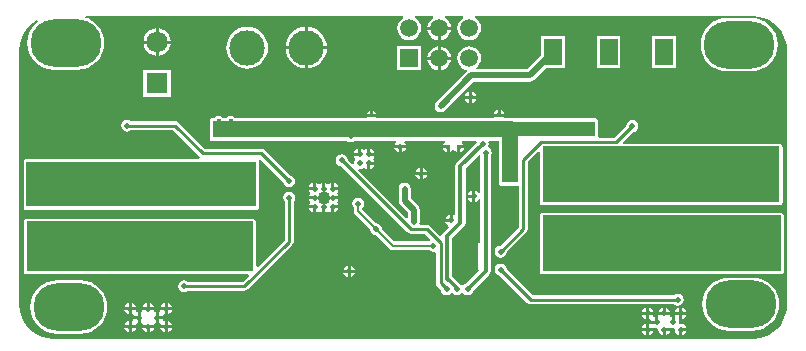
<source format=gbl>
G04*
G04 #@! TF.GenerationSoftware,Altium Limited,Altium Designer,22.1.2 (22)*
G04*
G04 Layer_Physical_Order=2*
G04 Layer_Color=16711680*
%FSLAX25Y25*%
%MOIN*%
G70*
G04*
G04 #@! TF.SameCoordinates,95D767EF-CC4A-4202-867B-88222CEBD608*
G04*
G04*
G04 #@! TF.FilePolarity,Positive*
G04*
G01*
G75*
%ADD10C,0.01000*%
%ADD12C,0.00787*%
%ADD60C,0.01378*%
%ADD61C,0.01968*%
%ADD74C,0.07087*%
%ADD75R,0.07087X0.07087*%
G04:AMPARAMS|DCode=76|XSize=236.22mil|YSize=157.48mil|CornerRadius=78.74mil|HoleSize=0mil|Usage=FLASHONLY|Rotation=180.000|XOffset=0mil|YOffset=0mil|HoleType=Round|Shape=RoundedRectangle|*
%AMROUNDEDRECTD76*
21,1,0.23622,0.00000,0,0,180.0*
21,1,0.07874,0.15748,0,0,180.0*
1,1,0.15748,-0.03937,0.00000*
1,1,0.15748,0.03937,0.00000*
1,1,0.15748,0.03937,0.00000*
1,1,0.15748,-0.03937,0.00000*
%
%ADD76ROUNDEDRECTD76*%
%ADD77C,0.05906*%
%ADD78R,0.05906X0.05906*%
%ADD79C,0.11811*%
%ADD80R,0.05906X0.08661*%
%ADD81C,0.01968*%
%ADD82C,0.04331*%
%ADD83C,0.01575*%
%ADD84C,0.01181*%
%ADD85R,0.08500X0.10549*%
%ADD86R,1.00000X0.05500*%
%ADD87R,0.05500X0.20500*%
%ADD88R,0.29500X0.05000*%
%ADD89R,0.79000X0.18500*%
%ADD90R,0.79500X0.18500*%
%ADD91R,0.75500X0.16500*%
%ADD92R,0.76500X0.15000*%
G36*
X246034Y109471D02*
X246217Y109470D01*
X246530Y109470D01*
X247024Y109466D01*
X248508Y109349D01*
X250222Y108937D01*
X251852Y108262D01*
X253355Y107341D01*
X254696Y106196D01*
X255841Y104855D01*
X256762Y103351D01*
X257437Y101723D01*
X257849Y100008D01*
X257970Y98470D01*
X257970Y98470D01*
X257970D01*
X257971Y98469D01*
Y13994D01*
X257971Y13966D01*
X257970Y13776D01*
X257970Y13470D01*
X257965Y12976D01*
X257849Y11492D01*
X257437Y9777D01*
X256762Y8149D01*
X255841Y6645D01*
X254696Y5304D01*
X253355Y4159D01*
X251852Y3238D01*
X250222Y2563D01*
X248508Y2151D01*
X246970Y2030D01*
X246970Y2030D01*
Y2030D01*
X246969Y2029D01*
X13994Y2029D01*
X13966Y2029D01*
X13776Y2030D01*
X13470Y2030D01*
X12976Y2035D01*
X11492Y2151D01*
X9777Y2563D01*
X8149Y3238D01*
X6645Y4159D01*
X5304Y5304D01*
X4159Y6645D01*
X3238Y8149D01*
X2563Y9777D01*
X2151Y11492D01*
X2030Y13030D01*
X2030Y13030D01*
X2030D01*
X2029Y13031D01*
Y97506D01*
X2029Y97534D01*
X2030Y97724D01*
X2030Y98030D01*
X2035Y98524D01*
X2151Y100008D01*
X2563Y101723D01*
X3238Y103351D01*
X4159Y104855D01*
X5304Y106196D01*
X6645Y107341D01*
X7933Y108130D01*
X8059Y108109D01*
X8201Y107579D01*
X7258Y106805D01*
X6149Y105454D01*
X5325Y103912D01*
X4817Y102240D01*
X4646Y100500D01*
X4817Y98760D01*
X5325Y97088D01*
X6149Y95546D01*
X7258Y94195D01*
X8609Y93086D01*
X10151Y92262D01*
X11823Y91754D01*
X13563Y91583D01*
X21437D01*
X23177Y91754D01*
X24849Y92262D01*
X26391Y93086D01*
X27742Y94195D01*
X28851Y95546D01*
X29675Y97088D01*
X30183Y98760D01*
X30354Y100500D01*
X30183Y102240D01*
X29675Y103912D01*
X28851Y105454D01*
X27742Y106805D01*
X26391Y107914D01*
X24849Y108738D01*
X24083Y108971D01*
X24157Y109471D01*
X129950Y109471D01*
X130050Y108971D01*
X130007Y108953D01*
X129181Y108319D01*
X128547Y107493D01*
X128149Y106532D01*
X128013Y105500D01*
X128149Y104468D01*
X128547Y103507D01*
X129181Y102681D01*
X130007Y102047D01*
X130968Y101649D01*
X132000Y101513D01*
X133032Y101649D01*
X133993Y102047D01*
X134819Y102681D01*
X135453Y103507D01*
X135851Y104468D01*
X135987Y105500D01*
X135851Y106532D01*
X135453Y107493D01*
X134819Y108319D01*
X133993Y108953D01*
X133950Y108971D01*
X134050Y109471D01*
X139950D01*
X140050Y108971D01*
X140007Y108953D01*
X139181Y108319D01*
X138547Y107493D01*
X138149Y106532D01*
X138079Y106000D01*
X145921D01*
X145851Y106532D01*
X145453Y107493D01*
X144819Y108319D01*
X143993Y108953D01*
X143950Y108971D01*
X144050Y109471D01*
X149950D01*
X150050Y108971D01*
X150007Y108953D01*
X149181Y108319D01*
X148547Y107493D01*
X148149Y106532D01*
X148013Y105500D01*
X148149Y104468D01*
X148547Y103507D01*
X149181Y102681D01*
X150007Y102047D01*
X150968Y101649D01*
X152000Y101513D01*
X153032Y101649D01*
X153993Y102047D01*
X154819Y102681D01*
X155453Y103507D01*
X155851Y104468D01*
X155987Y105500D01*
X155851Y106532D01*
X155453Y107493D01*
X154819Y108319D01*
X153993Y108953D01*
X153950Y108971D01*
X154050Y109471D01*
X246006Y109471D01*
X246034Y109471D01*
D02*
G37*
%LPC*%
G36*
X145921Y105000D02*
X142500D01*
Y101579D01*
X143032Y101649D01*
X143993Y102047D01*
X144819Y102681D01*
X145453Y103507D01*
X145851Y104468D01*
X145921Y105000D01*
D02*
G37*
G36*
X141500D02*
X138079D01*
X138149Y104468D01*
X138547Y103507D01*
X139181Y102681D01*
X140007Y102047D01*
X140968Y101649D01*
X141500Y101579D01*
Y105000D01*
D02*
G37*
G36*
X48500Y105406D02*
Y101390D01*
X52517D01*
X52426Y102076D01*
X51969Y103181D01*
X51240Y104130D01*
X50291Y104858D01*
X49186Y105316D01*
X48500Y105406D01*
D02*
G37*
G36*
X47500Y105406D02*
X46814Y105316D01*
X45709Y104858D01*
X44760Y104130D01*
X44031Y103181D01*
X43574Y102076D01*
X43483Y101390D01*
X47500D01*
Y105406D01*
D02*
G37*
G36*
X98185Y105890D02*
Y99500D01*
X104575D01*
X104491Y100354D01*
X104096Y101655D01*
X103454Y102855D01*
X102592Y103907D01*
X101540Y104770D01*
X100340Y105411D01*
X99039Y105806D01*
X98185Y105890D01*
D02*
G37*
G36*
X97185D02*
X96331Y105806D01*
X95030Y105411D01*
X93830Y104770D01*
X92778Y103907D01*
X91916Y102855D01*
X91274Y101655D01*
X90879Y100354D01*
X90795Y99500D01*
X97185D01*
Y105890D01*
D02*
G37*
G36*
X47500Y100390D02*
X43483D01*
X43574Y99704D01*
X44031Y98598D01*
X44760Y97650D01*
X45709Y96921D01*
X46814Y96463D01*
X47500Y96373D01*
Y100390D01*
D02*
G37*
G36*
X52517D02*
X48500D01*
Y96373D01*
X49186Y96463D01*
X50291Y96921D01*
X51240Y97650D01*
X51969Y98598D01*
X52426Y99704D01*
X52517Y100390D01*
D02*
G37*
G36*
X142500Y99421D02*
Y96000D01*
X145921D01*
X145851Y96532D01*
X145453Y97493D01*
X144819Y98319D01*
X143993Y98953D01*
X143032Y99351D01*
X142500Y99421D01*
D02*
G37*
G36*
X141500D02*
X140968Y99351D01*
X140007Y98953D01*
X139181Y98319D01*
X138547Y97493D01*
X138149Y96532D01*
X138079Y96000D01*
X141500D01*
Y99421D01*
D02*
G37*
G36*
X220957Y102831D02*
X213051D01*
Y92169D01*
X220957D01*
Y102831D01*
D02*
G37*
G36*
X202453D02*
X194547D01*
Y92169D01*
X202453D01*
Y102831D01*
D02*
G37*
G36*
X104575Y98500D02*
X98185D01*
Y92110D01*
X99039Y92194D01*
X100340Y92589D01*
X101540Y93230D01*
X102592Y94093D01*
X103454Y95145D01*
X104096Y96345D01*
X104491Y97646D01*
X104575Y98500D01*
D02*
G37*
G36*
X97185D02*
X90795D01*
X90879Y97646D01*
X91274Y96345D01*
X91916Y95145D01*
X92778Y94093D01*
X93830Y93230D01*
X95030Y92589D01*
X96331Y92194D01*
X97185Y92110D01*
Y98500D01*
D02*
G37*
G36*
X78000Y105939D02*
X76646Y105806D01*
X75345Y105411D01*
X74145Y104770D01*
X73093Y103907D01*
X72230Y102855D01*
X71589Y101655D01*
X71194Y100354D01*
X71061Y99000D01*
X71194Y97646D01*
X71589Y96345D01*
X72230Y95145D01*
X73093Y94093D01*
X74145Y93230D01*
X75345Y92589D01*
X76646Y92194D01*
X78000Y92061D01*
X79354Y92194D01*
X80655Y92589D01*
X81855Y93230D01*
X82907Y94093D01*
X83770Y95145D01*
X84411Y96345D01*
X84806Y97646D01*
X84939Y99000D01*
X84806Y100354D01*
X84411Y101655D01*
X83770Y102855D01*
X82907Y103907D01*
X81855Y104770D01*
X80655Y105411D01*
X79354Y105806D01*
X78000Y105939D01*
D02*
G37*
G36*
X183949Y102831D02*
X176043D01*
Y96408D01*
X171408Y91773D01*
X154457D01*
X154288Y92273D01*
X154819Y92681D01*
X155453Y93507D01*
X155851Y94468D01*
X155987Y95500D01*
X155851Y96532D01*
X155453Y97493D01*
X154819Y98319D01*
X153993Y98953D01*
X153032Y99351D01*
X152000Y99487D01*
X150968Y99351D01*
X150007Y98953D01*
X149181Y98319D01*
X148547Y97493D01*
X148149Y96532D01*
X148013Y95500D01*
X148149Y94468D01*
X148547Y93507D01*
X149181Y92681D01*
X150007Y92047D01*
X150968Y91649D01*
X151177Y91622D01*
X151247Y91108D01*
X141069Y80931D01*
X140631Y80274D01*
X140477Y79500D01*
X140631Y78726D01*
X141069Y78069D01*
X141726Y77631D01*
X142500Y77477D01*
X143274Y77631D01*
X143931Y78069D01*
X153588Y87727D01*
X172246D01*
X173020Y87881D01*
X173677Y88319D01*
X177526Y92169D01*
X183949D01*
Y102831D01*
D02*
G37*
G36*
X145921Y95000D02*
X142500D01*
Y91579D01*
X143032Y91649D01*
X143993Y92047D01*
X144819Y92681D01*
X145453Y93507D01*
X145851Y94468D01*
X145921Y95000D01*
D02*
G37*
G36*
X141500D02*
X138079D01*
X138149Y94468D01*
X138547Y93507D01*
X139181Y92681D01*
X140007Y92047D01*
X140968Y91649D01*
X141500Y91579D01*
Y95000D01*
D02*
G37*
G36*
X135953Y99453D02*
X128047D01*
Y91547D01*
X135953D01*
Y99453D01*
D02*
G37*
G36*
X245937Y108917D02*
X238063D01*
X236323Y108746D01*
X234651Y108238D01*
X233109Y107414D01*
X231758Y106305D01*
X230649Y104954D01*
X229825Y103412D01*
X229317Y101740D01*
X229146Y100000D01*
X229317Y98260D01*
X229825Y96588D01*
X230649Y95046D01*
X231758Y93695D01*
X233109Y92586D01*
X234651Y91762D01*
X236323Y91254D01*
X238063Y91083D01*
X245937D01*
X247677Y91254D01*
X249349Y91762D01*
X250891Y92586D01*
X252242Y93695D01*
X253351Y95046D01*
X254175Y96588D01*
X254683Y98260D01*
X254854Y100000D01*
X254683Y101740D01*
X254175Y103412D01*
X253351Y104954D01*
X252242Y106305D01*
X250891Y107414D01*
X249349Y108238D01*
X247677Y108746D01*
X245937Y108917D01*
D02*
G37*
G36*
X153000Y84424D02*
Y83000D01*
X154424D01*
X154369Y83274D01*
X153931Y83931D01*
X153274Y84369D01*
X153000Y84424D01*
D02*
G37*
G36*
X152000D02*
X151726Y84369D01*
X151069Y83931D01*
X150631Y83274D01*
X150576Y83000D01*
X152000D01*
Y84424D01*
D02*
G37*
G36*
X52543Y91654D02*
X43457D01*
Y82567D01*
X52543D01*
Y91654D01*
D02*
G37*
G36*
X154424Y82000D02*
X153000D01*
Y80576D01*
X153274Y80631D01*
X153931Y81069D01*
X154369Y81726D01*
X154424Y82000D01*
D02*
G37*
G36*
X152000D02*
X150576D01*
X150631Y81726D01*
X151069Y81069D01*
X151726Y80631D01*
X152000Y80576D01*
Y82000D01*
D02*
G37*
G36*
X162500Y78223D02*
Y77000D01*
X163723D01*
X163684Y77197D01*
X163289Y77789D01*
X162697Y78184D01*
X162500Y78223D01*
D02*
G37*
G36*
X161500D02*
X161303Y78184D01*
X160711Y77789D01*
X160316Y77197D01*
X160277Y77000D01*
X161500D01*
Y78223D01*
D02*
G37*
G36*
X120000Y78022D02*
Y77000D01*
X121022D01*
X120998Y77121D01*
X120647Y77647D01*
X120121Y77998D01*
X120000Y78022D01*
D02*
G37*
G36*
X119000D02*
X118879Y77998D01*
X118353Y77647D01*
X118002Y77121D01*
X117978Y77000D01*
X119000D01*
Y78022D01*
D02*
G37*
G36*
X72500Y76322D02*
X71803Y76184D01*
X71211Y75789D01*
X71032Y75520D01*
X69968D01*
X69789Y75789D01*
X69197Y76184D01*
X68500Y76322D01*
X67803Y76184D01*
X67211Y75789D01*
X67032Y75520D01*
X66500D01*
X66110Y75442D01*
X65779Y75221D01*
X65558Y74890D01*
X65480Y74500D01*
Y69000D01*
X65558Y68610D01*
X65779Y68279D01*
X66110Y68058D01*
X66500Y67980D01*
X111203D01*
X111726Y67631D01*
X112500Y67477D01*
X113274Y67631D01*
X113797Y67980D01*
X127492D01*
X127644Y67480D01*
X127569Y67431D01*
X127131Y66774D01*
X127076Y66500D01*
X130924D01*
X130869Y66774D01*
X130431Y67431D01*
X130356Y67480D01*
X130508Y67980D01*
X143847D01*
X143998Y67480D01*
X143711Y67289D01*
X143316Y66697D01*
X143277Y66500D01*
X145000D01*
Y66000D01*
X145500D01*
Y64277D01*
X145697Y64316D01*
X146289Y64711D01*
X146449Y64952D01*
X147051D01*
X147211Y64711D01*
X147803Y64316D01*
X148000Y64277D01*
Y66000D01*
X148500D01*
Y66500D01*
X150223D01*
X150184Y66697D01*
X149789Y67289D01*
X149502Y67480D01*
X149653Y67980D01*
X154213D01*
X154536Y67569D01*
X154545Y67480D01*
X147904Y60840D01*
X147531Y60281D01*
X147400Y59622D01*
Y43481D01*
X146959Y43246D01*
X146774Y43369D01*
X146500Y43424D01*
Y41500D01*
X146000D01*
Y41000D01*
X144076D01*
X144131Y40726D01*
X144569Y40069D01*
X145083Y39726D01*
X145225Y39160D01*
X143407Y37343D01*
X143034Y36784D01*
X142962Y36421D01*
X142420Y36257D01*
X139079Y39597D01*
X138583Y39929D01*
X137997Y40045D01*
X135804D01*
X135433Y40545D01*
X135523Y41000D01*
Y45000D01*
X135369Y45774D01*
X134931Y46431D01*
X132523Y48838D01*
Y52000D01*
X132369Y52774D01*
X131931Y53431D01*
X131274Y53869D01*
X130500Y54023D01*
X129726Y53869D01*
X129069Y53431D01*
X128631Y52774D01*
X128477Y52000D01*
Y48000D01*
X128631Y47226D01*
X129069Y46569D01*
X131477Y44162D01*
Y42326D01*
X131015Y42135D01*
X115104Y58046D01*
X115350Y58507D01*
X115500Y58477D01*
X116274Y58631D01*
X116611Y58856D01*
X117000Y59037D01*
X117389Y58856D01*
X117726Y58631D01*
X118000Y58576D01*
Y60500D01*
X118500D01*
Y61000D01*
X120424D01*
X120369Y61274D01*
X120144Y61611D01*
X119963Y62000D01*
X120144Y62389D01*
X120369Y62726D01*
X120424Y63000D01*
X118500D01*
Y63500D01*
X118000D01*
Y65424D01*
X117726Y65369D01*
X117389Y65144D01*
X117000Y64963D01*
X116611Y65144D01*
X116274Y65369D01*
X116000Y65424D01*
Y63500D01*
X115500D01*
Y63000D01*
X113576D01*
X113631Y62726D01*
X113856Y62389D01*
X114037Y62000D01*
X113856Y61611D01*
X113631Y61274D01*
X113477Y60500D01*
X113507Y60350D01*
X113046Y60104D01*
X111492Y61658D01*
X111369Y62274D01*
X110931Y62931D01*
X110274Y63369D01*
X109500Y63523D01*
X108726Y63369D01*
X108069Y62931D01*
X107631Y62274D01*
X107477Y61500D01*
X107631Y60726D01*
X108069Y60069D01*
X108726Y59631D01*
X109309Y59515D01*
X131390Y37434D01*
X131886Y37103D01*
X132471Y36986D01*
X137364D01*
X139070Y35281D01*
X138979Y34665D01*
X138593Y34407D01*
X138587Y34397D01*
X127112D01*
X123021Y38489D01*
X123023Y38500D01*
X122869Y39274D01*
X122431Y39931D01*
X121774Y40369D01*
X121000Y40523D01*
X120989Y40521D01*
X116421Y45089D01*
Y45563D01*
X116431Y45569D01*
X116869Y46226D01*
X117023Y47000D01*
X116869Y47774D01*
X116431Y48431D01*
X115774Y48869D01*
X115000Y49023D01*
X114226Y48869D01*
X113569Y48431D01*
X113131Y47774D01*
X112977Y47000D01*
X113131Y46226D01*
X113569Y45569D01*
X113579Y45563D01*
Y44500D01*
X113687Y43956D01*
X113995Y43495D01*
X118979Y38511D01*
X118977Y38500D01*
X119131Y37726D01*
X119569Y37069D01*
X120226Y36631D01*
X121000Y36477D01*
X121011Y36479D01*
X125519Y31972D01*
X125980Y31664D01*
X126524Y31555D01*
X138587D01*
X138593Y31546D01*
X139249Y31107D01*
X140024Y30953D01*
X140479Y31044D01*
X140979Y30672D01*
Y20492D01*
X141095Y19907D01*
X141426Y19411D01*
X142512Y18326D01*
X142631Y17726D01*
X143069Y17069D01*
X143726Y16631D01*
X144500Y16477D01*
X145274Y16631D01*
X145931Y17069D01*
X146000Y17173D01*
X146500D01*
X146569Y17069D01*
X147226Y16631D01*
X148000Y16477D01*
X148774Y16631D01*
X149431Y17069D01*
X149500Y17173D01*
X150000D01*
X150069Y17069D01*
X150726Y16631D01*
X151500Y16477D01*
X152274Y16631D01*
X152931Y17069D01*
X153369Y17726D01*
X153421Y17985D01*
X158718Y23282D01*
X159091Y23841D01*
X159222Y24500D01*
Y63006D01*
X159369Y63226D01*
X159523Y64000D01*
X159369Y64774D01*
X158931Y65431D01*
X158591Y65658D01*
X158369Y66226D01*
X158523Y67000D01*
X158428Y67480D01*
X158787Y67980D01*
X161980D01*
Y54000D01*
X162058Y53610D01*
X162279Y53279D01*
X162610Y53058D01*
X163000Y52980D01*
X168471D01*
Y39134D01*
X162326Y32988D01*
X161726Y32869D01*
X161069Y32431D01*
X160631Y31774D01*
X160477Y31000D01*
X160631Y30226D01*
X161069Y29569D01*
X161726Y29131D01*
X162500Y28977D01*
X163274Y29131D01*
X163931Y29569D01*
X164369Y30226D01*
X164488Y30825D01*
X171081Y37419D01*
X171413Y37915D01*
X171529Y38500D01*
Y60988D01*
X175019Y64477D01*
X175480Y64286D01*
Y47500D01*
X175558Y47110D01*
X175779Y46779D01*
X176110Y46558D01*
X176500Y46480D01*
X255500D01*
X255890Y46558D01*
X256221Y46779D01*
X256442Y47110D01*
X256520Y47500D01*
Y66000D01*
X256442Y66390D01*
X256221Y66721D01*
X255890Y66942D01*
X255500Y67020D01*
X203336D01*
X203144Y67481D01*
X206556Y70893D01*
X207156Y71013D01*
X207812Y71451D01*
X208251Y72108D01*
X208405Y72882D01*
X208251Y73656D01*
X207812Y74312D01*
X207156Y74751D01*
X206382Y74905D01*
X205608Y74751D01*
X204951Y74312D01*
X204513Y73656D01*
X204393Y73056D01*
X200366Y69029D01*
X195436D01*
X195020Y69500D01*
Y74500D01*
X194942Y74890D01*
X194721Y75221D01*
X194390Y75442D01*
X194000Y75520D01*
X164050D01*
X163740Y76000D01*
X160260D01*
X159950Y75520D01*
X121313D01*
X121037Y76000D01*
X117963D01*
X117687Y75520D01*
X73968D01*
X73789Y75789D01*
X73197Y76184D01*
X72500Y76322D01*
D02*
G37*
G36*
X150223Y65500D02*
X149000D01*
Y64277D01*
X149197Y64316D01*
X149789Y64711D01*
X150184Y65303D01*
X150223Y65500D01*
D02*
G37*
G36*
X144500D02*
X143277D01*
X143316Y65303D01*
X143711Y64711D01*
X144303Y64316D01*
X144500Y64277D01*
Y65500D01*
D02*
G37*
G36*
X130924D02*
X129500D01*
Y64076D01*
X129774Y64131D01*
X130431Y64569D01*
X130869Y65226D01*
X130924Y65500D01*
D02*
G37*
G36*
X128500D02*
X127076D01*
X127131Y65226D01*
X127569Y64569D01*
X128226Y64131D01*
X128500Y64076D01*
Y65500D01*
D02*
G37*
G36*
X119000Y65424D02*
Y64000D01*
X120424D01*
X120369Y64274D01*
X119931Y64931D01*
X119274Y65369D01*
X119000Y65424D01*
D02*
G37*
G36*
X115000D02*
X114726Y65369D01*
X114069Y64931D01*
X113631Y64274D01*
X113576Y64000D01*
X115000D01*
Y65424D01*
D02*
G37*
G36*
X120424Y60000D02*
X119000D01*
Y58576D01*
X119274Y58631D01*
X119931Y59069D01*
X120369Y59726D01*
X120424Y60000D01*
D02*
G37*
G36*
X136500Y58924D02*
Y57500D01*
X137924D01*
X137869Y57774D01*
X137431Y58431D01*
X136774Y58869D01*
X136500Y58924D01*
D02*
G37*
G36*
X135500D02*
X135226Y58869D01*
X134569Y58431D01*
X134131Y57774D01*
X134076Y57500D01*
X135500D01*
Y58924D01*
D02*
G37*
G36*
X137924Y56500D02*
X136500D01*
Y55076D01*
X136774Y55131D01*
X137431Y55569D01*
X137869Y56226D01*
X137924Y56500D01*
D02*
G37*
G36*
X135500D02*
X134076D01*
X134131Y56226D01*
X134569Y55569D01*
X135226Y55131D01*
X135500Y55076D01*
Y56500D01*
D02*
G37*
G36*
X106000Y53924D02*
X105726Y53869D01*
X105389Y53644D01*
X105000Y53463D01*
X104611Y53644D01*
X104274Y53869D01*
X104000Y53924D01*
Y52000D01*
X103000D01*
Y53924D01*
X102726Y53869D01*
X102389Y53644D01*
X102000Y53463D01*
X101611Y53644D01*
X101274Y53869D01*
X101000Y53924D01*
Y52000D01*
X100500D01*
Y51500D01*
X98576D01*
X98631Y51226D01*
X98856Y50889D01*
X99037Y50500D01*
X98856Y50111D01*
X98631Y49774D01*
X98576Y49500D01*
X100500D01*
Y48500D01*
X98576D01*
X98631Y48226D01*
X98856Y47889D01*
X99037Y47500D01*
X98856Y47111D01*
X98631Y46774D01*
X98576Y46500D01*
X100500D01*
Y46000D01*
X101000D01*
Y44076D01*
X101274Y44131D01*
X101611Y44356D01*
X102000Y44537D01*
X102389Y44356D01*
X102726Y44131D01*
X103000Y44076D01*
Y46000D01*
X104000D01*
Y44076D01*
X104274Y44131D01*
X104611Y44356D01*
X105000Y44537D01*
X105389Y44356D01*
X105726Y44131D01*
X106000Y44076D01*
Y46000D01*
X106500D01*
Y46500D01*
X108424D01*
X108369Y46774D01*
X108144Y47111D01*
X107963Y47500D01*
X108144Y47889D01*
X108369Y48226D01*
X108424Y48500D01*
X106500D01*
Y49500D01*
X108424D01*
X108369Y49774D01*
X108144Y50111D01*
X107963Y50500D01*
X108144Y50889D01*
X108369Y51226D01*
X108424Y51500D01*
X106500D01*
Y52000D01*
X106000D01*
Y53924D01*
D02*
G37*
G36*
X107000D02*
Y52500D01*
X108424D01*
X108369Y52774D01*
X107931Y53431D01*
X107274Y53869D01*
X107000Y53924D01*
D02*
G37*
G36*
X100000D02*
X99726Y53869D01*
X99069Y53431D01*
X98631Y52774D01*
X98576Y52500D01*
X100000D01*
Y53924D01*
D02*
G37*
G36*
X38000Y75023D02*
X37226Y74869D01*
X36569Y74431D01*
X36131Y73774D01*
X35977Y73000D01*
X36131Y72226D01*
X36569Y71569D01*
X37226Y71131D01*
X38000Y70977D01*
X38774Y71131D01*
X39283Y71471D01*
X53245D01*
X62047Y62669D01*
X62270Y62520D01*
X62119Y62020D01*
X4500D01*
X4110Y61942D01*
X3779Y61721D01*
X3558Y61390D01*
X3480Y61000D01*
Y46000D01*
X3558Y45610D01*
X3779Y45279D01*
X4110Y45058D01*
X4500Y44980D01*
X81000D01*
X81390Y45058D01*
X81721Y45279D01*
X81942Y45610D01*
X82020Y46000D01*
Y61000D01*
X81942Y61390D01*
X81940Y61393D01*
X82160Y61964D01*
X82331Y62006D01*
X90012Y54325D01*
X90131Y53726D01*
X90569Y53069D01*
X91226Y52631D01*
X92000Y52477D01*
X92774Y52631D01*
X93431Y53069D01*
X93869Y53726D01*
X94023Y54500D01*
X93869Y55274D01*
X93431Y55931D01*
X92774Y56369D01*
X92175Y56488D01*
X83831Y64831D01*
X83335Y65163D01*
X82750Y65279D01*
X63762D01*
X54960Y74081D01*
X54464Y74413D01*
X53879Y74529D01*
X39283D01*
X38774Y74869D01*
X38000Y75023D01*
D02*
G37*
G36*
X108424Y45500D02*
X107000D01*
Y44076D01*
X107274Y44131D01*
X107931Y44569D01*
X108369Y45226D01*
X108424Y45500D01*
D02*
G37*
G36*
X100000D02*
X98576D01*
X98631Y45226D01*
X99069Y44569D01*
X99726Y44131D01*
X100000Y44076D01*
Y45500D01*
D02*
G37*
G36*
X145500Y43424D02*
X145226Y43369D01*
X144569Y42931D01*
X144131Y42274D01*
X144076Y42000D01*
X145500D01*
Y43424D01*
D02*
G37*
G36*
X92000Y51023D02*
X91226Y50869D01*
X90569Y50431D01*
X90131Y49774D01*
X89977Y49000D01*
X90131Y48226D01*
X90471Y47717D01*
Y35012D01*
X81481Y26023D01*
X81020Y26214D01*
Y41000D01*
X80942Y41390D01*
X80721Y41721D01*
X80390Y41942D01*
X80000Y42020D01*
X4500D01*
X4110Y41942D01*
X3779Y41721D01*
X3558Y41390D01*
X3480Y41000D01*
Y24500D01*
X3558Y24110D01*
X3779Y23779D01*
X4110Y23558D01*
X4500Y23480D01*
X78286D01*
X78477Y23019D01*
X76488Y21029D01*
X58283D01*
X57774Y21369D01*
X57000Y21523D01*
X56226Y21369D01*
X55569Y20931D01*
X55131Y20274D01*
X54977Y19500D01*
X55131Y18726D01*
X55569Y18069D01*
X56226Y17631D01*
X57000Y17477D01*
X57774Y17631D01*
X58283Y17971D01*
X77121D01*
X77707Y18087D01*
X78203Y18419D01*
X93081Y33297D01*
X93413Y33793D01*
X93529Y34379D01*
Y47717D01*
X93869Y48226D01*
X94023Y49000D01*
X93869Y49774D01*
X93431Y50431D01*
X92774Y50869D01*
X92000Y51023D01*
D02*
G37*
G36*
X112500Y26424D02*
Y25000D01*
X113924D01*
X113869Y25274D01*
X113431Y25931D01*
X112774Y26369D01*
X112500Y26424D01*
D02*
G37*
G36*
X111500D02*
X111226Y26369D01*
X110569Y25931D01*
X110131Y25274D01*
X110076Y25000D01*
X111500D01*
Y26424D01*
D02*
G37*
G36*
X256000Y44020D02*
X176500D01*
X176110Y43942D01*
X175779Y43721D01*
X175558Y43390D01*
X175480Y43000D01*
Y24500D01*
X175558Y24110D01*
X175779Y23779D01*
X176110Y23558D01*
X176500Y23480D01*
X256000D01*
X256390Y23558D01*
X256721Y23779D01*
X256942Y24110D01*
X257020Y24500D01*
Y43000D01*
X256942Y43390D01*
X256721Y43721D01*
X256390Y43942D01*
X256000Y44020D01*
D02*
G37*
G36*
X113924Y24000D02*
X112500D01*
Y22576D01*
X112774Y22631D01*
X113431Y23069D01*
X113869Y23726D01*
X113924Y24000D01*
D02*
G37*
G36*
X111500D02*
X110076D01*
X110131Y23726D01*
X110569Y23069D01*
X111226Y22631D01*
X111500Y22576D01*
Y24000D01*
D02*
G37*
G36*
X162500Y27023D02*
X161726Y26869D01*
X161069Y26431D01*
X160631Y25774D01*
X160477Y25000D01*
X160631Y24226D01*
X161069Y23569D01*
X161726Y23131D01*
X162326Y23012D01*
X171419Y13918D01*
X171915Y13587D01*
X172500Y13471D01*
X220217D01*
X220726Y13131D01*
X221500Y12977D01*
X222274Y13131D01*
X222931Y13569D01*
X223369Y14226D01*
X223523Y15000D01*
X223369Y15774D01*
X222931Y16431D01*
X222274Y16869D01*
X221500Y17023D01*
X220726Y16869D01*
X220217Y16529D01*
X173134D01*
X164488Y25174D01*
X164369Y25774D01*
X163931Y26431D01*
X163274Y26869D01*
X162500Y27023D01*
D02*
G37*
G36*
X51500Y13924D02*
Y12500D01*
X52924D01*
X52869Y12774D01*
X52431Y13431D01*
X51774Y13869D01*
X51500Y13924D01*
D02*
G37*
G36*
X50500D02*
X50226Y13869D01*
X49569Y13431D01*
X49131Y12774D01*
X49076Y12500D01*
X50500D01*
Y13924D01*
D02*
G37*
G36*
X45500D02*
Y12500D01*
X46924D01*
X46869Y12774D01*
X46431Y13431D01*
X45774Y13869D01*
X45500Y13924D01*
D02*
G37*
G36*
X44500D02*
X44226Y13869D01*
X43569Y13431D01*
X43131Y12774D01*
X43076Y12500D01*
X44500D01*
Y13924D01*
D02*
G37*
G36*
X39500D02*
Y12500D01*
X40924D01*
X40869Y12774D01*
X40431Y13431D01*
X39774Y13869D01*
X39500Y13924D01*
D02*
G37*
G36*
X38500D02*
X38226Y13869D01*
X37569Y13431D01*
X37131Y12774D01*
X37076Y12500D01*
X38500D01*
Y13924D01*
D02*
G37*
G36*
X223000Y12424D02*
Y11000D01*
X224424D01*
X224369Y11274D01*
X223931Y11931D01*
X223274Y12369D01*
X223000Y12424D01*
D02*
G37*
G36*
X222000D02*
X221726Y12369D01*
X221069Y11931D01*
X220631Y11274D01*
X220576Y11000D01*
X222000D01*
Y12424D01*
D02*
G37*
G36*
X217500D02*
Y11000D01*
X218924D01*
X218869Y11274D01*
X218431Y11931D01*
X217774Y12369D01*
X217500Y12424D01*
D02*
G37*
G36*
X216500D02*
X216226Y12369D01*
X215569Y11931D01*
X215131Y11274D01*
X215076Y11000D01*
X216500D01*
Y12424D01*
D02*
G37*
G36*
X212000D02*
Y11000D01*
X213424D01*
X213369Y11274D01*
X212931Y11931D01*
X212274Y12369D01*
X212000Y12424D01*
D02*
G37*
G36*
X211000D02*
X210726Y12369D01*
X210069Y11931D01*
X209631Y11274D01*
X209576Y11000D01*
X211000D01*
Y12424D01*
D02*
G37*
G36*
X46924Y11500D02*
X43076D01*
X43129Y11233D01*
X43110Y11205D01*
X42795Y10890D01*
X42767Y10871D01*
X42500Y10924D01*
Y9000D01*
Y7076D01*
X42767Y7129D01*
X42795Y7110D01*
X43110Y6795D01*
X43129Y6767D01*
X43076Y6500D01*
X46924D01*
X46871Y6767D01*
X46890Y6795D01*
X47205Y7110D01*
X47233Y7129D01*
X47500Y7076D01*
Y9000D01*
Y10924D01*
X47233Y10871D01*
X47205Y10890D01*
X46890Y11205D01*
X46871Y11233D01*
X46924Y11500D01*
D02*
G37*
G36*
X50500D02*
X49076D01*
X49129Y11233D01*
X49110Y11205D01*
X48795Y10890D01*
X48767Y10871D01*
X48500Y10924D01*
Y9500D01*
X49924D01*
X49871Y9767D01*
X49890Y9795D01*
X50205Y10110D01*
X50233Y10129D01*
X50500Y10076D01*
Y11500D01*
D02*
G37*
G36*
X52924D02*
X51500D01*
Y10076D01*
X51774Y10131D01*
X52431Y10569D01*
X52869Y11226D01*
X52924Y11500D01*
D02*
G37*
G36*
X38500D02*
X37076D01*
X37131Y11226D01*
X37569Y10569D01*
X38226Y10131D01*
X38500Y10076D01*
Y11500D01*
D02*
G37*
G36*
X40924D02*
X39500D01*
Y10076D01*
X39767Y10129D01*
X39795Y10110D01*
X40110Y9795D01*
X40129Y9767D01*
X40076Y9500D01*
X41500D01*
Y10924D01*
X41233Y10871D01*
X41205Y10890D01*
X40890Y11205D01*
X40871Y11233D01*
X40924Y11500D01*
D02*
G37*
G36*
X224424Y10000D02*
X223000D01*
Y8576D01*
X223274Y8631D01*
X223931Y9069D01*
X224369Y9726D01*
X224424Y10000D01*
D02*
G37*
G36*
X211000D02*
X209576D01*
X209631Y9726D01*
X210069Y9069D01*
X210726Y8631D01*
X211000Y8576D01*
Y10000D01*
D02*
G37*
G36*
X213424D02*
X212000D01*
Y8576D01*
X212267Y8629D01*
X212295Y8610D01*
X212610Y8295D01*
X212629Y8267D01*
X212576Y8000D01*
X214000D01*
Y9424D01*
X213733Y9371D01*
X213705Y9390D01*
X213390Y9705D01*
X213371Y9733D01*
X213424Y10000D01*
D02*
G37*
G36*
X41500Y8500D02*
X40076D01*
X40129Y8233D01*
X40110Y8205D01*
X39795Y7890D01*
X39767Y7871D01*
X39500Y7924D01*
Y6500D01*
X40924D01*
X40871Y6767D01*
X40890Y6795D01*
X41205Y7110D01*
X41233Y7129D01*
X41500Y7076D01*
Y8500D01*
D02*
G37*
G36*
X222000Y10000D02*
X220576D01*
X220593Y9915D01*
X220500Y9798D01*
Y7500D01*
X219500D01*
Y9424D01*
X219233Y9371D01*
X219205Y9390D01*
X218890Y9705D01*
X218871Y9733D01*
X218924Y10000D01*
X215076D01*
X215093Y9915D01*
X215000Y9798D01*
Y7500D01*
X214500D01*
Y7000D01*
X212202D01*
X212085Y6907D01*
X212000Y6924D01*
Y5500D01*
X213798D01*
X213915Y5593D01*
X214500Y5477D01*
X214654Y5508D01*
X215007Y5154D01*
X214977Y5000D01*
X215131Y4226D01*
X215569Y3569D01*
X216226Y3131D01*
X216500Y3076D01*
Y5000D01*
X217000D01*
Y5500D01*
X219298D01*
X219415Y5593D01*
X220000Y5477D01*
X220154Y5508D01*
X220508Y5154D01*
X220477Y5000D01*
X220631Y4226D01*
X221069Y3569D01*
X221726Y3131D01*
X222000Y3076D01*
Y5000D01*
X222500D01*
Y5500D01*
X224424D01*
X224369Y5774D01*
X223931Y6431D01*
X223274Y6869D01*
X222500Y7023D01*
X222346Y6993D01*
X221992Y7346D01*
X222023Y7500D01*
X221907Y8085D01*
X222000Y8202D01*
Y10000D01*
D02*
G37*
G36*
X51500Y7924D02*
Y6500D01*
X52924D01*
X52869Y6774D01*
X52431Y7431D01*
X51774Y7869D01*
X51500Y7924D01*
D02*
G37*
G36*
X49924Y8500D02*
X48500D01*
Y7076D01*
X48767Y7129D01*
X48795Y7110D01*
X49110Y6795D01*
X49129Y6767D01*
X49076Y6500D01*
X50500D01*
Y7924D01*
X50233Y7871D01*
X50205Y7890D01*
X49890Y8205D01*
X49871Y8233D01*
X49924Y8500D01*
D02*
G37*
G36*
X38500Y7924D02*
X38226Y7869D01*
X37569Y7431D01*
X37131Y6774D01*
X37076Y6500D01*
X38500D01*
Y7924D01*
D02*
G37*
G36*
X211000Y6924D02*
X210726Y6869D01*
X210069Y6431D01*
X209631Y5774D01*
X209576Y5500D01*
X211000D01*
Y6924D01*
D02*
G37*
G36*
X246437Y22395D02*
X238563D01*
X236823Y22223D01*
X235151Y21716D01*
X233609Y20892D01*
X232258Y19783D01*
X231149Y18432D01*
X230325Y16890D01*
X229817Y15217D01*
X229646Y13478D01*
X229817Y11738D01*
X230325Y10065D01*
X231149Y8524D01*
X232258Y7173D01*
X233609Y6064D01*
X235151Y5240D01*
X236823Y4732D01*
X238563Y4561D01*
X246437D01*
X248177Y4732D01*
X249849Y5240D01*
X251391Y6064D01*
X252742Y7173D01*
X253851Y8524D01*
X254675Y10065D01*
X255183Y11738D01*
X255354Y13478D01*
X255183Y15217D01*
X254675Y16890D01*
X253851Y18432D01*
X252742Y19783D01*
X251391Y20892D01*
X249849Y21716D01*
X248177Y22223D01*
X246437Y22395D01*
D02*
G37*
G36*
X52924Y5500D02*
X51500D01*
Y4076D01*
X51774Y4131D01*
X52431Y4569D01*
X52869Y5226D01*
X52924Y5500D01*
D02*
G37*
G36*
X50500D02*
X49076D01*
X49131Y5226D01*
X49569Y4569D01*
X50226Y4131D01*
X50500Y4076D01*
Y5500D01*
D02*
G37*
G36*
X46924D02*
X45500D01*
Y4076D01*
X45774Y4131D01*
X46431Y4569D01*
X46869Y5226D01*
X46924Y5500D01*
D02*
G37*
G36*
X44500D02*
X43076D01*
X43131Y5226D01*
X43569Y4569D01*
X44226Y4131D01*
X44500Y4076D01*
Y5500D01*
D02*
G37*
G36*
X40924D02*
X39500D01*
Y4076D01*
X39774Y4131D01*
X40431Y4569D01*
X40869Y5226D01*
X40924Y5500D01*
D02*
G37*
G36*
X38500D02*
X37076D01*
X37131Y5226D01*
X37569Y4569D01*
X38226Y4131D01*
X38500Y4076D01*
Y5500D01*
D02*
G37*
G36*
X22437Y21417D02*
X14563D01*
X12823Y21246D01*
X11151Y20738D01*
X9609Y19914D01*
X8258Y18805D01*
X7149Y17454D01*
X6325Y15912D01*
X5817Y14240D01*
X5646Y12500D01*
X5817Y10760D01*
X6325Y9088D01*
X7149Y7546D01*
X8258Y6195D01*
X9609Y5086D01*
X11151Y4262D01*
X12823Y3754D01*
X14563Y3583D01*
X22437D01*
X24177Y3754D01*
X25849Y4262D01*
X27391Y5086D01*
X28742Y6195D01*
X29851Y7546D01*
X30675Y9088D01*
X31183Y10760D01*
X31354Y12500D01*
X31183Y14240D01*
X30675Y15912D01*
X29851Y17454D01*
X28742Y18805D01*
X27391Y19914D01*
X25849Y20738D01*
X24177Y21246D01*
X22437Y21417D01*
D02*
G37*
G36*
X224424Y4500D02*
X223000D01*
Y3076D01*
X223274Y3131D01*
X223931Y3569D01*
X224369Y4226D01*
X224424Y4500D01*
D02*
G37*
G36*
X218924D02*
X217500D01*
Y3076D01*
X217774Y3131D01*
X218431Y3569D01*
X218869Y4226D01*
X218924Y4500D01*
D02*
G37*
G36*
X213424D02*
X212000D01*
Y3076D01*
X212274Y3131D01*
X212931Y3569D01*
X213369Y4226D01*
X213424Y4500D01*
D02*
G37*
G36*
X211000D02*
X209576D01*
X209631Y4226D01*
X210069Y3569D01*
X210726Y3131D01*
X211000Y3076D01*
Y4500D01*
D02*
G37*
%LPD*%
G36*
X155726Y63083D02*
X155778Y63006D01*
Y50562D01*
X155278Y50411D01*
X154931Y50931D01*
X154274Y51369D01*
X154000Y51424D01*
Y49500D01*
Y47576D01*
X154274Y47631D01*
X154931Y48069D01*
X155278Y48589D01*
X155778Y48438D01*
Y34242D01*
X155278Y34032D01*
X154774Y34369D01*
X154500Y34424D01*
Y32500D01*
X153500D01*
Y34424D01*
X153226Y34369D01*
X152889Y34144D01*
X152500Y33963D01*
X152111Y34144D01*
X151774Y34369D01*
X151500Y34424D01*
Y32500D01*
X150500D01*
Y34424D01*
X150226Y34369D01*
X149889Y34144D01*
X149500Y33963D01*
X149111Y34144D01*
X148774Y34369D01*
X148500Y34424D01*
Y32500D01*
X147500D01*
Y34424D01*
X147226Y34369D01*
X146919Y34164D01*
X146419Y34431D01*
Y34912D01*
X146347Y35272D01*
Y35412D01*
X150340Y39404D01*
X150713Y39963D01*
X150844Y40622D01*
Y58909D01*
X155160Y63225D01*
X155726Y63083D01*
D02*
G37*
G36*
X154500Y25076D02*
X154774Y25131D01*
X154854Y25185D01*
X155409Y24954D01*
X155427Y24863D01*
X150985Y20421D01*
X150726Y20369D01*
X150069Y19931D01*
X150000Y19827D01*
X149500D01*
X149431Y19931D01*
X148774Y20369D01*
X148714Y20381D01*
X148634Y20461D01*
X148391Y20825D01*
X146825Y22391D01*
X146461Y22634D01*
X146419Y22676D01*
Y25069D01*
X146919Y25336D01*
X147226Y25131D01*
X147500Y25076D01*
Y27000D01*
X148500D01*
Y25076D01*
X148774Y25131D01*
X149111Y25356D01*
X149500Y25537D01*
X149889Y25356D01*
X150226Y25131D01*
X150500Y25076D01*
Y27000D01*
X151500D01*
Y25076D01*
X151774Y25131D01*
X152111Y25356D01*
X152500Y25537D01*
X152889Y25356D01*
X153226Y25131D01*
X153500Y25076D01*
Y27000D01*
X154500D01*
Y25076D01*
D02*
G37*
%LPC*%
G36*
X153000Y51424D02*
X152726Y51369D01*
X152069Y50931D01*
X151631Y50274D01*
X151576Y50000D01*
X153000D01*
Y51424D01*
D02*
G37*
G36*
Y49000D02*
X151576D01*
X151631Y48726D01*
X152069Y48069D01*
X152726Y47631D01*
X153000Y47576D01*
Y49000D01*
D02*
G37*
%LPD*%
D10*
X172500Y15000D02*
X221500D01*
X162500Y25000D02*
X172500Y15000D01*
X142508Y20492D02*
Y34005D01*
Y20492D02*
X144500Y18500D01*
X137997Y38516D02*
X142508Y34005D01*
X109500Y61487D02*
Y61500D01*
Y61487D02*
X132471Y38516D01*
X137997D01*
X170000Y61621D02*
X175879Y67500D01*
X170000Y38500D02*
Y61621D01*
X175879Y67500D02*
X201000D01*
X162500Y31000D02*
X170000Y38500D01*
X92000Y34379D02*
Y49000D01*
X77121Y19500D02*
X92000Y34379D01*
X57000Y19500D02*
X77121D01*
X38000Y73000D02*
X53879D01*
X63129Y63750D01*
X82750D01*
X92000Y54500D01*
X201000Y67500D02*
X206382Y72882D01*
D12*
X115000Y44500D02*
X121000Y38500D01*
X115000Y44500D02*
Y47000D01*
X121000Y38500D02*
X126524Y32976D01*
X140024D01*
D60*
X157500Y24500D02*
Y64000D01*
X151500Y18500D02*
X157500Y24500D01*
X149122Y59622D02*
X156500Y67000D01*
X149122Y40622D02*
Y59622D01*
X144625Y34984D02*
X144697Y34912D01*
Y21963D02*
Y34912D01*
Y21963D02*
X145487Y21173D01*
X147173Y19487D02*
Y19607D01*
X145607Y21173D02*
X147173Y19607D01*
X145487Y21173D02*
X145607D01*
X148000Y18500D02*
Y18660D01*
X147173Y19487D02*
X148000Y18660D01*
X144625Y34984D02*
Y36125D01*
X149122Y40622D01*
D61*
X172246Y89750D02*
X179996Y97500D01*
X152750Y89750D02*
X172246D01*
X142500Y79500D02*
X152750Y89750D01*
X133500Y41000D02*
Y45000D01*
X130500Y48000D02*
X133500Y45000D01*
X130500Y48000D02*
Y52000D01*
D74*
X48000Y100890D02*
D03*
D75*
Y87110D02*
D03*
D76*
X242000Y100000D02*
D03*
X242500Y13478D02*
D03*
X17500Y100500D02*
D03*
X18500Y12500D02*
D03*
D77*
X152000Y105500D02*
D03*
Y95500D02*
D03*
X142000Y105500D02*
D03*
Y95500D02*
D03*
X132000Y105500D02*
D03*
D78*
Y95500D02*
D03*
D79*
X247000Y56209D02*
D03*
Y36524D02*
D03*
X12500Y34657D02*
D03*
Y54343D02*
D03*
X78000Y99000D02*
D03*
X97685D02*
D03*
D80*
X179996Y97500D02*
D03*
X217004D02*
D03*
X198500D02*
D03*
D81*
X77500Y36000D02*
D03*
X78000Y50000D02*
D03*
Y55000D02*
D03*
Y59500D02*
D03*
X209500Y57500D02*
D03*
X211500D02*
D03*
X215500D02*
D03*
X213500D02*
D03*
Y55500D02*
D03*
X215500D02*
D03*
X211500D02*
D03*
X209500D02*
D03*
X213500Y53500D02*
D03*
X215500D02*
D03*
X211500D02*
D03*
X209500D02*
D03*
X42500Y31000D02*
D03*
X44500D02*
D03*
X48500D02*
D03*
X46500D02*
D03*
X42500Y33000D02*
D03*
X44500D02*
D03*
X48500D02*
D03*
X46500D02*
D03*
Y35000D02*
D03*
X48500D02*
D03*
X44500D02*
D03*
X42500D02*
D03*
X42000Y54000D02*
D03*
X44000D02*
D03*
X48000D02*
D03*
X46000D02*
D03*
X42000Y56000D02*
D03*
X44000D02*
D03*
X48000D02*
D03*
X46000D02*
D03*
Y58000D02*
D03*
X48000D02*
D03*
X44000D02*
D03*
X42000D02*
D03*
X51000Y12000D02*
D03*
X45000D02*
D03*
X48000Y9000D02*
D03*
X42000D02*
D03*
X45000Y6000D02*
D03*
X51000D02*
D03*
X39000D02*
D03*
X222500Y10500D02*
D03*
Y5000D02*
D03*
X217000Y10500D02*
D03*
X211500D02*
D03*
X154000Y27000D02*
D03*
X151000D02*
D03*
X154000Y29500D02*
D03*
X148000Y27000D02*
D03*
Y29500D02*
D03*
X154000Y32500D02*
D03*
X151000D02*
D03*
X144500Y18500D02*
D03*
X106500Y46000D02*
D03*
X103500D02*
D03*
X106500Y49000D02*
D03*
X103500Y52000D02*
D03*
X142500Y79500D02*
D03*
X133500Y41000D02*
D03*
X130500Y52000D02*
D03*
X178000Y64000D02*
D03*
X115000Y47000D02*
D03*
X151500Y18500D02*
D03*
X148000D02*
D03*
X162500Y31000D02*
D03*
Y25000D02*
D03*
X140024Y32976D02*
D03*
X112500Y69500D02*
D03*
X109500Y61500D02*
D03*
X121000Y38500D02*
D03*
X92000Y49000D02*
D03*
X57000Y19500D02*
D03*
X92000Y54500D02*
D03*
X206382Y72882D02*
D03*
X167000Y55500D02*
D03*
X164500D02*
D03*
X178500Y31000D02*
D03*
Y36000D02*
D03*
Y41000D02*
D03*
X178000Y59000D02*
D03*
Y54000D02*
D03*
X209000Y32500D02*
D03*
X211000D02*
D03*
X215000D02*
D03*
X213000D02*
D03*
X209000Y34500D02*
D03*
X211000D02*
D03*
X215000D02*
D03*
X213000D02*
D03*
Y36500D02*
D03*
X215000D02*
D03*
X211000D02*
D03*
X209000D02*
D03*
X38000Y73000D02*
D03*
X77500Y26000D02*
D03*
Y31000D02*
D03*
X221500Y15000D02*
D03*
X129000Y66000D02*
D03*
X100500Y46000D02*
D03*
X106500Y52000D02*
D03*
X146000Y41500D02*
D03*
X100500Y49000D02*
D03*
Y52000D02*
D03*
X156500Y67000D02*
D03*
X157500Y64000D02*
D03*
X118500Y63500D02*
D03*
Y60500D02*
D03*
X115500D02*
D03*
Y63500D02*
D03*
X112000Y24500D02*
D03*
X136000Y57000D02*
D03*
X152500Y82500D02*
D03*
X153500Y49500D02*
D03*
X148000Y32500D02*
D03*
X211500Y5000D02*
D03*
X214500Y7500D02*
D03*
X217000Y5000D02*
D03*
X220000Y7500D02*
D03*
X39000Y12000D02*
D03*
D82*
X151000Y29500D02*
D03*
X103500Y49000D02*
D03*
D83*
X192500Y73500D02*
D03*
X189500D02*
D03*
X186500D02*
D03*
X183500D02*
D03*
X145000Y66000D02*
D03*
X148500D02*
D03*
X192500Y70500D02*
D03*
X189500D02*
D03*
X186500D02*
D03*
X183500D02*
D03*
X72500D02*
D03*
Y74500D02*
D03*
X70500Y72500D02*
D03*
X68500Y74500D02*
D03*
Y70500D02*
D03*
X162000Y76500D02*
D03*
D84*
X119500D02*
D03*
D85*
X150750Y30137D02*
D03*
D86*
X116500Y71750D02*
D03*
D87*
X165750Y64250D02*
D03*
D88*
X179250Y72000D02*
D03*
D89*
X216000Y56750D02*
D03*
D90*
X216250Y33750D02*
D03*
D91*
X42250Y32750D02*
D03*
D92*
X42750Y53500D02*
D03*
M02*

</source>
